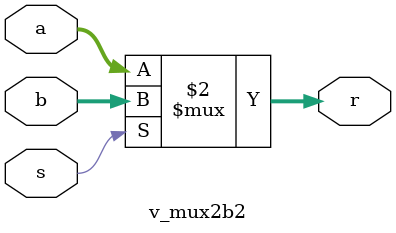
<source format=v>
`timescale 1ns / 1ps
module v_mux2b2(
    input wire s,
    input wire [1:0] a,
    input wire [1:0] b,
    output wire [1:0] r
    );
	 
	 assign r = (s == 1) ? b : a;


endmodule

</source>
